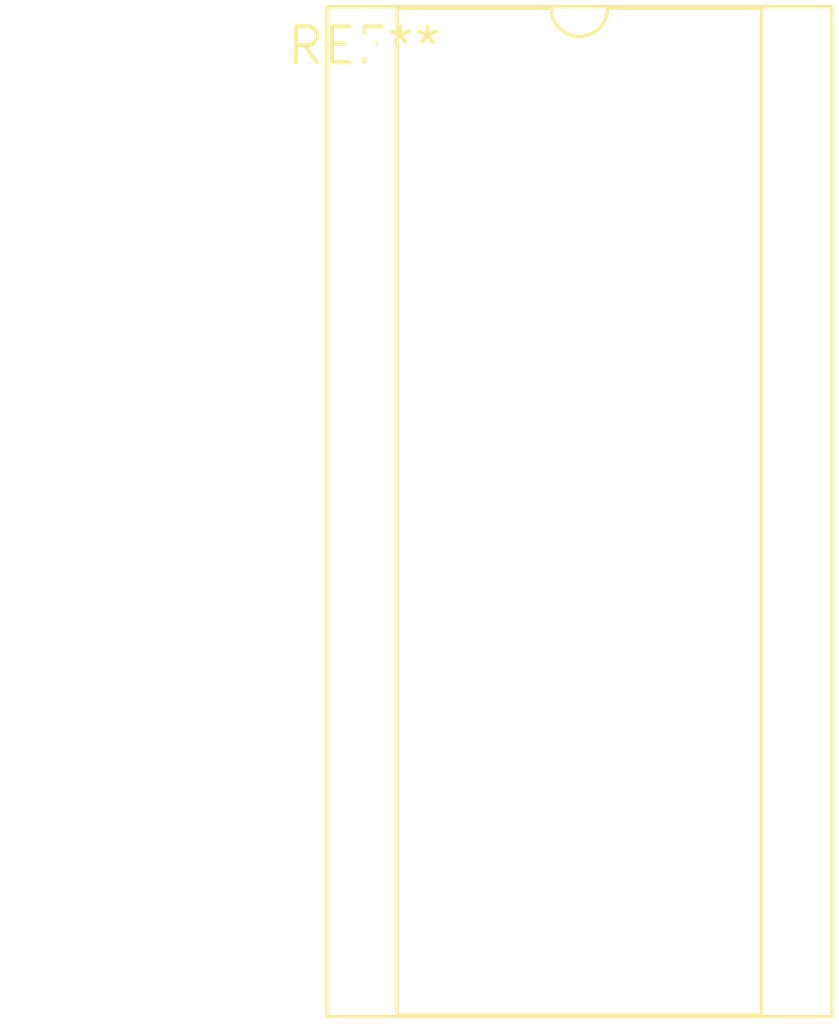
<source format=kicad_pcb>
(kicad_pcb (version 20240108) (generator pcbnew)
  (layers (0 "F.Cu" signal) (31 "B.Cu" signal) (34 "B.Paste" user) (35 "F.Paste" user) (36 "B.SilkS" user "B.Silkscreen") (37 "F.SilkS" user "F.Silkscreen") (38 "B.Mask" user) (39 "F.Mask" user) (44 "Edge.Cuts" user))
  (net 0 "")
  (footprint "DIP-28_W15.24mm_Socket" (layer "F.Cu") (at 0 0)
    (property "Reference" "REF**")
    (property "Value" "DIP-28_W15.24mm_Socket")
    (fp_line (start -1.33 -1.39) (end -1.33 34.41) (layer "F.SilkS") (stroke (width 0.12)))
    (fp_line (start -1.33 34.41) (end 16.57 34.41) (layer "F.SilkS") (stroke (width 0.12)))
    (fp_line (start 1.16 -1.33) (end 1.16 34.35) (layer "F.SilkS") (stroke (width 0.12)))
    (fp_line (start 1.16 34.35) (end 14.08 34.35) (layer "F.SilkS") (stroke (width 0.12)))
    (fp_line (start 6.62 -1.33) (end 1.16 -1.33) (layer "F.SilkS") (stroke (width 0.12)))
    (fp_line (start 14.08 -1.33) (end 8.62 -1.33) (layer "F.SilkS") (stroke (width 0.12)))
    (fp_line (start 14.08 34.35) (end 14.08 -1.33) (layer "F.SilkS") (stroke (width 0.12)))
    (fp_line (start 16.57 -1.39) (end -1.33 -1.39) (layer "F.SilkS") (stroke (width 0.12)))
    (fp_line (start 16.57 34.41) (end 16.57 -1.39) (layer "F.SilkS") (stroke (width 0.12)))
    (fp_arc (start 8.62 -1.33) (mid 7.62 -0.33) (end 6.62 -1.33) (layer "F.SilkS") (stroke (width 0.12)))
    (pad "1" thru_hole rect (at 0 0) (size 1.6 1.6) (drill 0.8) (layers *.Cu *.Mask) (remove_unused_layers))
    (pad "2" thru_hole oval (at 0 2.54) (size 1.6 1.6) (drill 0.8) (layers *.Cu *.Mask) (remove_unused_layers))
    (pad "3" thru_hole oval (at 0 5.08) (size 1.6 1.6) (drill 0.8) (layers *.Cu *.Mask) (remove_unused_layers))
    (pad "4" thru_hole oval (at 0 7.62) (size 1.6 1.6) (drill 0.8) (layers *.Cu *.Mask) (remove_unused_layers))
    (pad "5" thru_hole oval (at 0 10.16) (size 1.6 1.6) (drill 0.8) (layers *.Cu *.Mask) (remove_unused_layers))
    (pad "6" thru_hole oval (at 0 12.7) (size 1.6 1.6) (drill 0.8) (layers *.Cu *.Mask) (remove_unused_layers))
    (pad "7" thru_hole oval (at 0 15.24) (size 1.6 1.6) (drill 0.8) (layers *.Cu *.Mask) (remove_unused_layers))
    (pad "8" thru_hole oval (at 0 17.78) (size 1.6 1.6) (drill 0.8) (layers *.Cu *.Mask) (remove_unused_layers))
    (pad "9" thru_hole oval (at 0 20.32) (size 1.6 1.6) (drill 0.8) (layers *.Cu *.Mask) (remove_unused_layers))
    (pad "10" thru_hole oval (at 0 22.86) (size 1.6 1.6) (drill 0.8) (layers *.Cu *.Mask) (remove_unused_layers))
    (pad "11" thru_hole oval (at 0 25.4) (size 1.6 1.6) (drill 0.8) (layers *.Cu *.Mask) (remove_unused_layers))
    (pad "12" thru_hole oval (at 0 27.94) (size 1.6 1.6) (drill 0.8) (layers *.Cu *.Mask) (remove_unused_layers))
    (pad "13" thru_hole oval (at 0 30.48) (size 1.6 1.6) (drill 0.8) (layers *.Cu *.Mask) (remove_unused_layers))
    (pad "14" thru_hole oval (at 0 33.02) (size 1.6 1.6) (drill 0.8) (layers *.Cu *.Mask) (remove_unused_layers))
    (pad "15" thru_hole oval (at 15.24 33.02) (size 1.6 1.6) (drill 0.8) (layers *.Cu *.Mask) (remove_unused_layers))
    (pad "16" thru_hole oval (at 15.24 30.48) (size 1.6 1.6) (drill 0.8) (layers *.Cu *.Mask) (remove_unused_layers))
    (pad "17" thru_hole oval (at 15.24 27.94) (size 1.6 1.6) (drill 0.8) (layers *.Cu *.Mask) (remove_unused_layers))
    (pad "18" thru_hole oval (at 15.24 25.4) (size 1.6 1.6) (drill 0.8) (layers *.Cu *.Mask) (remove_unused_layers))
    (pad "19" thru_hole oval (at 15.24 22.86) (size 1.6 1.6) (drill 0.8) (layers *.Cu *.Mask) (remove_unused_layers))
    (pad "20" thru_hole oval (at 15.24 20.32) (size 1.6 1.6) (drill 0.8) (layers *.Cu *.Mask) (remove_unused_layers))
    (pad "21" thru_hole oval (at 15.24 17.78) (size 1.6 1.6) (drill 0.8) (layers *.Cu *.Mask) (remove_unused_layers))
    (pad "22" thru_hole oval (at 15.24 15.24) (size 1.6 1.6) (drill 0.8) (layers *.Cu *.Mask) (remove_unused_layers))
    (pad "23" thru_hole oval (at 15.24 12.7) (size 1.6 1.6) (drill 0.8) (layers *.Cu *.Mask) (remove_unused_layers))
    (pad "24" thru_hole oval (at 15.24 10.16) (size 1.6 1.6) (drill 0.8) (layers *.Cu *.Mask) (remove_unused_layers))
    (pad "25" thru_hole oval (at 15.24 7.62) (size 1.6 1.6) (drill 0.8) (layers *.Cu *.Mask) (remove_unused_layers))
    (pad "26" thru_hole oval (at 15.24 5.08) (size 1.6 1.6) (drill 0.8) (layers *.Cu *.Mask) (remove_unused_layers))
    (pad "27" thru_hole oval (at 15.24 2.54) (size 1.6 1.6) (drill 0.8) (layers *.Cu *.Mask) (remove_unused_layers))
    (pad "28" thru_hole oval (at 15.24 0) (size 1.6 1.6) (drill 0.8) (layers *.Cu *.Mask) (remove_unused_layers))
  )
)
</source>
